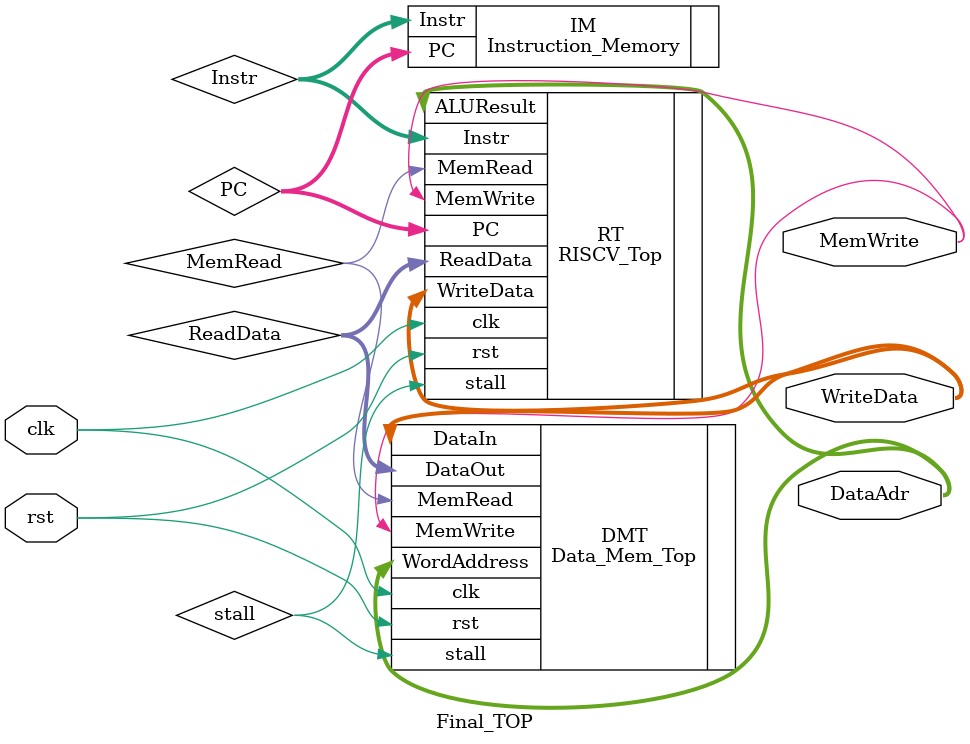
<source format=v>
/*

Description : This is the Top Module of the whole processor's desifgn , that includes :
.Data Path
.Control Unit
.Instruction_Memory 
.Data_Memory

Author: Muhammad Aboseada

*/

module 	Final_TOP (

input    wire            clk,rst,
output   wire            MemWrite,
output   wire   [9:0]    DataAdr,
output   wire   [31:0]   WriteData        

);

//Internal Signals

wire   [31:0]    PC,ReadData,Instr;//WriteData;
wire   stall;
//wire   [9:0]     DataAdr;
//wire             MemRead,MemWrite;

//Instantiation of the Control Unit and Data Path that are combined in the RISCV_Top module

RISCV_Top RT (

.Instr(Instr),
.clk(clk),
.stall(stall),
.ReadData(ReadData),
.PC(PC),
.MemWrite(MemWrite),
.MemRead(MemRead),
.ALUResult(DataAdr),
.WriteData(WriteData),
.rst(rst)

);

//Instantiation of the Data_Memory

Data_Mem_Top DMT (

.MemWrite(MemWrite),
.MemRead(MemRead),
.WordAddress(DataAdr),
.DataIn(WriteData),
.clk(clk),
.rst(rst),
.DataOut(ReadData),
.stall(stall)

);

//Instantiation of the Instruction_Memory

Instruction_Memory IM (

.PC(PC),
.Instr(Instr)

);

endmodule
</source>
